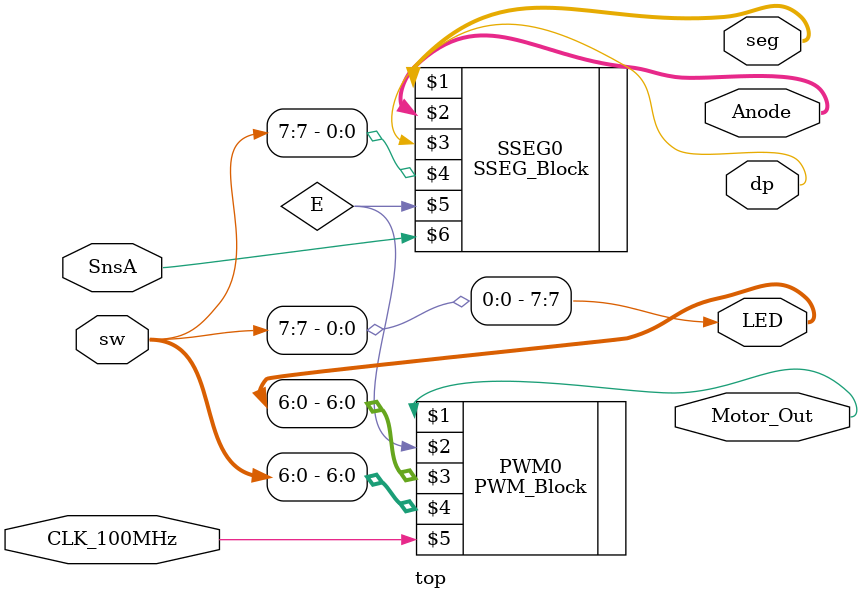
<source format=v>
/*-------------------------------------------------------------
    Project Lab 1 - Mini Motor Project
       Program by: Zachary Bonneau
    Creation Date: 09/13/2023
     Program Name: top.v
    SubProgram of: N/A

    includes:
        PWM_Block.v
        SSEG_Board.v
  
    Program Description:
    This program combines the subsystems of th mini-motor project

    Inputs:
        SW[7:0] - 8 onboard switches to control direction
        OVERCURRENT_SET     - Current exceeds 1Amp in motor A
        OVERCURRENT_RESET   - Current in motor A below 750 mA
        CLK_100MHz          - system clock
    
    Outputs:
        SSEG [6:0]
        dp
        Anode [3:0]
        Motor_Out [1:0]
        LED [7:0] - LED[i] = 1 when sw[i] = 1    

    Internal Signals
        E - from PWM.TCR
        PWM_OUT - from PWM.OUT_Block
        snsA    - from MotorControl
*/
//`include "C:\Users\Zack\Mini-motor_Project\Mini-motor_Project.srcs\sources_1\imports\miniproject\PWM_SYS\Board_Test\PWM_Block.v"
//`include "C:\Users\Zack\Mini-motor_Project\Mini-motor_Project.srcs\sources_1\imports\miniproject\SSEG_SYS\Board_Test\SSEG_Board.v"

module top(Motor_Out, seg, dp, Anode, LED, sw, CLK_100MHz, SnsA);

    input [7:0] sw;
    input CLK_100MHz;
    input SnsA; // simulated input as sw 15
    
    output Motor_Out;
    output [6:0] seg;
    output dp;
    output [3:0] Anode;
    output [7:0] LED;
    
    wire E;
    
    PWM_Block PWM0(Motor_Out, E, LED[6:0], sw[6:0], CLK_100MHz);
    SSEG_Block SSEG0(seg, Anode, dp, sw[7], E, SnsA);
    
    assign LED[7] = sw[7];   
    
        
endmodule






</source>
